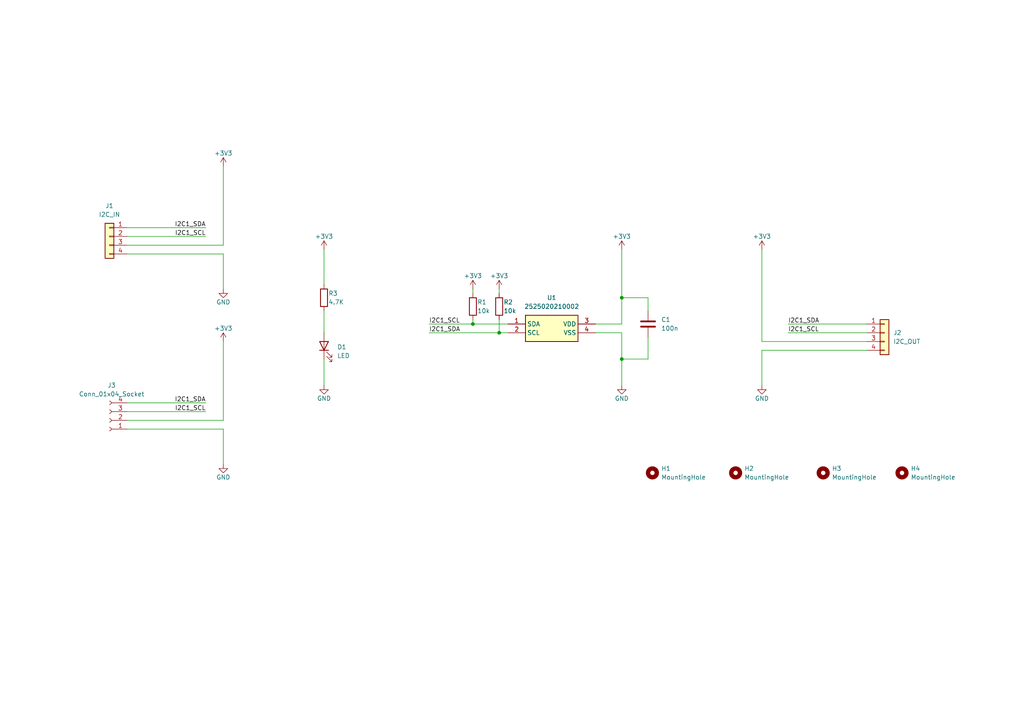
<source format=kicad_sch>
(kicad_sch (version 20230121) (generator eeschema)
  (paper "A4")
  (lib_symbols
    (symbol "BiltongBoardSensorExpansion:2525020210002"
      (property "Reference" "U" (at 21.59 7.62 0))
      (property "Value" "2525020210002" (at 21.59 5.08 0))
      (symbol "2525020210002_1_1"
        (rectangle (start 5.08 2.54) (end 20.32 -5.08) (stroke (width 0.254)) (fill (type background)))
        (pin passive line (at 0 0 0) (length 5.08) (name "SDA") (number "1"))
        (pin passive line (at 0 -2.54 0) (length 5.08) (name "SCL") (number "2"))
        (pin passive line (at 25.4 0 180) (length 5.08) (name "VDD") (number "3"))
        (pin passive line (at 25.4 -2.54 180) (length 5.08) (name "VSS") (number "4"))
      )
    )
    (symbol "Connector:Conn_01x04_Socket" (pin_names (offset 1.016) hide)
      (property "Reference" "J" (at 0 5.08 0))
      (property "Value" "Conn_01x04_Socket" (at 0 -7.62 0))
      (symbol "Conn_01x04_Socket_1_1"
        (arc (start 0 -4.572) (mid -0.5058 -5.08) (end 0 -5.588) (stroke (width 0.1524)))
        (arc (start 0 -2.032) (mid -0.5058 -2.54) (end 0 -3.048) (stroke (width 0.1524)))
        (polyline (pts (xy -1.27 -5.08) (xy -0.508 -5.08)) (stroke (width 0.1524)))
        (polyline (pts (xy -1.27 -2.54) (xy -0.508 -2.54)) (stroke (width 0.1524)))
        (polyline (pts (xy -1.27 0) (xy -0.508 0)) (stroke (width 0.1524)))
        (polyline (pts (xy -1.27 2.54) (xy -0.508 2.54)) (stroke (width 0.1524)))
        (arc (start 0 0.508) (mid -0.5058 0) (end 0 -0.508) (stroke (width 0.1524)))
        (arc (start 0 3.048) (mid -0.5058 2.54) (end 0 2.032) (stroke (width 0.1524)))
        (pin passive line (at -5.08 2.54 0) (length 3.81) (name "Pin_1") (number "1"))
        (pin passive line (at -5.08 0 0) (length 3.81) (name "Pin_2") (number "2"))
        (pin passive line (at -5.08 -2.54 0) (length 3.81) (name "Pin_3") (number "3"))
        (pin passive line (at -5.08 -5.08 0) (length 3.81) (name "Pin_4") (number "4"))
      )
    )
    (symbol "Connector_Generic:Conn_01x04" (pin_names (offset 1.016) hide)
      (property "Reference" "J" (at 0 5.08 0))
      (property "Value" "Conn_01x04" (at 0 -7.62 0))
      (symbol "Conn_01x04_1_1"
        (rectangle (start -1.27 -4.953) (end 0 -5.207) (stroke (width 0.1524)))
        (rectangle (start -1.27 -2.413) (end 0 -2.667) (stroke (width 0.1524)))
        (rectangle (start -1.27 0.127) (end 0 -0.127) (stroke (width 0.1524)))
        (rectangle (start -1.27 2.667) (end 0 2.413) (stroke (width 0.1524)))
        (rectangle (start -1.27 3.81) (end 1.27 -6.35) (stroke (width 0.254)) (fill (type background)))
        (pin passive line (at -5.08 2.54 0) (length 3.81) (name "Pin_1") (number "1"))
        (pin passive line (at -5.08 0 0) (length 3.81) (name "Pin_2") (number "2"))
        (pin passive line (at -5.08 -2.54 0) (length 3.81) (name "Pin_3") (number "3"))
        (pin passive line (at -5.08 -5.08 0) (length 3.81) (name "Pin_4") (number "4"))
      )
    )
    (symbol "Device:C" (pin_numbers hide) (pin_names (offset 0.254))
      (property "Reference" "C" (at 0.635 2.54 0))
      (property "Value" "C" (at 0.635 -2.54 0))
      (symbol "C_0_1"
        (polyline (pts (xy -2.032 -0.762) (xy 2.032 -0.762)) (stroke (width 0.508)))
        (polyline (pts (xy -2.032 0.762) (xy 2.032 0.762)) (stroke (width 0.508)))
      )
      (symbol "C_1_1"
        (pin passive line (at 0 3.81 270) (length 2.794) (name "~") (number "1"))
        (pin passive line (at 0 -3.81 90) (length 2.794) (name "~") (number "2"))
      )
    )
    (symbol "Device:LED" (pin_numbers hide) (pin_names (offset 1.016) hide)
      (property "Reference" "D" (at 0 2.54 0))
      (property "Value" "LED" (at 0 -2.54 0))
      (symbol "LED_0_1"
        (polyline (pts (xy -1.27 -1.27) (xy -1.27 1.27)) (stroke (width 0.254)))
        (polyline (pts (xy -1.27 0) (xy 1.27 0)))
        (polyline (pts (xy 1.27 -1.27) (xy 1.27 1.27) (xy -1.27 0) (xy 1.27 -1.27)) (stroke (width 0.254)))
        (polyline (pts (xy -3.048 -0.762) (xy -4.572 -2.286) (xy -3.81 -2.286) (xy -4.572 -2.286) (xy -4.572 -1.524)))
        (polyline (pts (xy -1.778 -0.762) (xy -3.302 -2.286) (xy -2.54 -2.286) (xy -3.302 -2.286) (xy -3.302 -1.524)))
      )
      (symbol "LED_1_1"
        (pin passive line (at -3.81 0 0) (length 2.54) (name "K") (number "1"))
        (pin passive line (at 3.81 0 180) (length 2.54) (name "A") (number "2"))
      )
    )
    (symbol "Device:R" (pin_numbers hide) (pin_names (offset 0))
      (property "Reference" "R" (at 2.032 0 90))
      (property "Value" "R" (at 0 0 90))
      (symbol "R_0_1"
        (rectangle (start -1.016 -2.54) (end 1.016 2.54) (stroke (width 0.254)))
      )
      (symbol "R_1_1"
        (pin passive line (at 0 3.81 270) (length 1.27) (name "~") (number "1"))
        (pin passive line (at 0 -3.81 90) (length 1.27) (name "~") (number "2"))
      )
    )
    (symbol "Mechanical:MountingHole" (pin_names (offset 1.016))
      (property "Reference" "H" (at 0 5.08 0))
      (property "Value" "MountingHole" (at 0 3.175 0))
      (symbol "MountingHole_0_1"
        (circle (center 0 0) (radius 1.27) (stroke (width 1.27)))
      )
    )
    (symbol "power:+3V3" (power) (pin_names (offset 0))
      (property "Value" "+3V3" (at 0 3.556 0))
      (symbol "+3V3_0_1"
        (polyline (pts (xy -0.762 1.27) (xy 0 2.54)))
        (polyline (pts (xy 0 0) (xy 0 2.54)))
        (polyline (pts (xy 0 2.54) (xy 0.762 1.27)))
      )
      (symbol "+3V3_1_1"
        (pin power_in line (at 0 0 90) (length 0) hide (name "+3V3") (number "1"))
      )
    )
    (symbol "power:GND" (power) (pin_names (offset 0))
      (property "Value" "GND" (at 0 -3.81 0))
      (symbol "GND_0_1"
        (polyline (pts (xy 0 0) (xy 0 -1.27) (xy 1.27 -1.27) (xy 0 -2.54) (xy -1.27 -1.27) (xy 0 -1.27)))
      )
      (symbol "GND_1_1"
        (pin power_in line (at 0 0 270) (length 0) hide (name "GND") (number "1"))
      )
    )
  )
  (junction (at 137.16 93.98))
  (junction (at 144.78 96.52))
  (junction (at 180.34 104.14))
  (junction (at 180.34 86.36))
  (wire (pts (xy 144.78 83.82) (xy 144.78 85.09)))
  (wire (pts (xy 64.77 99.06) (xy 64.77 121.92)))
  (wire (pts (xy 64.77 73.66) (xy 36.83 73.66)))
  (wire (pts (xy 187.96 104.14) (xy 187.96 97.79)))
  (wire (pts (xy 64.77 124.46) (xy 36.83 124.46)))
  (wire (pts (xy 36.83 121.92) (xy 64.77 121.92)))
  (wire (pts (xy 36.83 68.58) (xy 59.69 68.58)))
  (wire (pts (xy 251.46 93.98) (xy 228.6 93.98)))
  (wire (pts (xy 251.46 96.52) (xy 228.6 96.52)))
  (wire (pts (xy 180.34 72.39) (xy 180.34 86.36)))
  (wire (pts (xy 220.98 72.39) (xy 220.98 99.06)))
  (wire (pts (xy 64.77 48.26) (xy 64.77 71.12)))
  (wire (pts (xy 93.98 90.17) (xy 93.98 96.52)))
  (wire (pts (xy 137.16 92.71) (xy 137.16 93.98)))
  (wire (pts (xy 144.78 96.52) (xy 124.46 96.52)))
  (wire (pts (xy 180.34 86.36) (xy 180.34 93.98)))
  (wire (pts (xy 147.32 96.52) (xy 144.78 96.52)))
  (wire (pts (xy 137.16 93.98) (xy 124.46 93.98)))
  (wire (pts (xy 172.72 93.98) (xy 180.34 93.98)))
  (wire (pts (xy 251.46 99.06) (xy 220.98 99.06)))
  (wire (pts (xy 36.83 71.12) (xy 64.77 71.12)))
  (wire (pts (xy 93.98 72.39) (xy 93.98 82.55)))
  (wire (pts (xy 180.34 104.14) (xy 187.96 104.14)))
  (wire (pts (xy 93.98 104.14) (xy 93.98 111.76)))
  (wire (pts (xy 187.96 86.36) (xy 180.34 86.36)))
  (wire (pts (xy 187.96 90.17) (xy 187.96 86.36)))
  (wire (pts (xy 180.34 104.14) (xy 180.34 111.76)))
  (wire (pts (xy 180.34 96.52) (xy 180.34 104.14)))
  (wire (pts (xy 36.83 116.84) (xy 59.69 116.84)))
  (wire (pts (xy 137.16 83.82) (xy 137.16 85.09)))
  (wire (pts (xy 144.78 92.71) (xy 144.78 96.52)))
  (wire (pts (xy 36.83 66.04) (xy 59.69 66.04)))
  (wire (pts (xy 147.32 93.98) (xy 137.16 93.98)))
  (wire (pts (xy 220.98 101.6) (xy 220.98 111.76)))
  (wire (pts (xy 220.98 101.6) (xy 251.46 101.6)))
  (wire (pts (xy 64.77 124.46) (xy 64.77 134.62)))
  (wire (pts (xy 172.72 96.52) (xy 180.34 96.52)))
  (wire (pts (xy 36.83 119.38) (xy 59.69 119.38)))
  (wire (pts (xy 64.77 73.66) (xy 64.77 83.82)))
  (label "I2C1_SDA" (at 59.69 66.04 180))
  (label "I2C1_SDA" (at 124.46 96.52 0))
  (label "I2C1_SCL" (at 59.69 119.38 180))
  (label "I2C1_SCL" (at 59.69 68.58 180))
  (label "I2C1_SDA" (at 59.69 116.84 180))
  (label "I2C1_SCL" (at 124.46 93.98 0))
  (label "I2C1_SCL" (at 228.6 96.52 0))
  (label "I2C1_SDA" (at 228.6 93.98 0))
  (symbol (lib_id "Device:R") (at 137.16 88.9 180) (unit 1)
    (property "Reference" "R1" (at 138.43 87.63 0) (effects (justify right)))
    (property "Value" "10k" (at 138.43 90.17 0) (effects (justify right)))
    (property "Footprint" "Resistor_SMD:R_0603_1608Metric" (effects hide))
  )
  (symbol (lib_id "Connector_Generic:Conn_01x04") (at 31.75 68.58 0) (mirror y) (unit 1)
    (property "Reference" "J1" (at 31.75 59.69 0))
    (property "Value" "I2C_IN" (at 31.75 62.23 0))
    (property "Footprint" "Connector_JST:JST_PH_B4B-PH-K_1x04_P2.00mm_Vertical" (effects hide))
  )
  (symbol (lib_id "power:+3V3") (at 64.77 48.26 0) (mirror y) (unit 1)
    (property "Reference" "#PWR01" (effects hide))
    (property "Value" "+3V3" (at 64.77 44.45 0))
  )
  (symbol (lib_id "power:+3V3") (at 180.34 72.39 0) (mirror y) (unit 1)
    (property "Reference" "#PWR04" (effects hide))
    (property "Value" "+3V3" (at 180.34 68.58 0))
  )
  (symbol (lib_id "Connector_Generic:Conn_01x04") (at 256.54 96.52 0) (unit 1)
    (property "Reference" "J2" (at 259.08 96.52 0) (effects (justify left)))
    (property "Value" "I2C_OUT" (at 259.08 99.06 0) (effects (justify left)))
    (property "Footprint" "Connector_JST:JST_PH_B4B-PH-K_1x04_P2.00mm_Vertical" (effects hide))
  )
  (symbol (lib_id "power:+3V3") (at 64.77 99.06 0) (mirror y) (unit 1)
    (property "Reference" "#PWR07" (effects hide))
    (property "Value" "+3V3" (at 64.77 95.25 0))
  )
  (symbol (lib_id "Mechanical:MountingHole") (at 261.62 137.16 0) (unit 1)
    (property "Reference" "H4" (at 264.16 135.89 0) (effects (justify left)))
    (property "Value" "MountingHole" (at 264.16 138.43 0) (effects (justify left)))
    (property "Footprint" "MountingHole:MountingHole_3.2mm_M3" (effects hide))
  )
  (symbol (lib_id "Device:LED") (at 93.98 100.33 90) (unit 1)
    (property "Reference" "D1" (at 97.79 100.6475 90) (effects (justify right)))
    (property "Value" "LED" (at 97.79 103.1875 90) (effects (justify right)))
    (property "Footprint" "LED_SMD:LED_0603_1608Metric" (effects hide))
  )
  (symbol (lib_id "power:GND") (at 180.34 111.76 0) (mirror y) (unit 1)
    (property "Reference" "#PWR03" (effects hide))
    (property "Value" "GND" (at 180.34 115.57 0))
  )
  (symbol (lib_id "power:GND") (at 93.98 111.76 0) (mirror y) (unit 1)
    (property "Reference" "#PWR012" (effects hide))
    (property "Value" "GND" (at 93.98 115.57 0))
  )
  (symbol (lib_id "power:+3V3") (at 220.98 72.39 0) (unit 1)
    (property "Reference" "#PWR09" (effects hide))
    (property "Value" "+3V3" (at 220.98 68.58 0))
  )
  (symbol (lib_id "Device:R") (at 144.78 88.9 180) (unit 1)
    (property "Reference" "R2" (at 146.05 87.63 0) (effects (justify right)))
    (property "Value" "10k" (at 146.05 90.17 0) (effects (justify right)))
    (property "Footprint" "Resistor_SMD:R_0603_1608Metric" (effects hide))
  )
  (symbol (lib_id "power:GND") (at 64.77 83.82 0) (mirror y) (unit 1)
    (property "Reference" "#PWR02" (effects hide))
    (property "Value" "GND" (at 64.77 87.63 0))
  )
  (symbol (lib_id "Device:C") (at 187.96 93.98 0) (unit 1)
    (property "Reference" "C1" (at 191.77 92.71 0) (effects (justify left)))
    (property "Value" "100n" (at 191.77 95.25 0) (effects (justify left)))
    (property "Footprint" "Capacitor_SMD:C_0603_1608Metric" (effects hide))
  )
  (symbol (lib_id "Mechanical:MountingHole") (at 213.36 137.16 0) (unit 1)
    (property "Reference" "H2" (at 215.9 135.89 0) (effects (justify left)))
    (property "Value" "MountingHole" (at 215.9 138.43 0) (effects (justify left)))
    (property "Footprint" "MountingHole:MountingHole_3.2mm_M3" (effects hide))
  )
  (symbol (lib_id "Connector:Conn_01x04_Socket") (at 31.75 121.92 180) (unit 1)
    (property "Reference" "J3" (at 32.385 111.76 0))
    (property "Value" "Conn_01x04_Socket" (at 32.385 114.3 0))
    (property "Footprint" "Connector_PinHeader_2.54mm:PinHeader_1x04_P2.54mm_Vertical" (effects hide))
  )
  (symbol (lib_id "power:GND") (at 220.98 111.76 0) (unit 1)
    (property "Reference" "#PWR010" (effects hide))
    (property "Value" "GND" (at 220.98 115.57 0))
  )
  (symbol (lib_id "Mechanical:MountingHole") (at 238.76 137.16 0) (unit 1)
    (property "Reference" "H3" (at 241.3 135.89 0) (effects (justify left)))
    (property "Value" "MountingHole" (at 241.3 138.43 0) (effects (justify left)))
    (property "Footprint" "MountingHole:MountingHole_3.2mm_M3" (effects hide))
  )
  (symbol (lib_id "power:+3V3") (at 137.16 83.82 0) (mirror y) (unit 1)
    (property "Reference" "#PWR05" (effects hide))
    (property "Value" "+3V3" (at 137.16 80.01 0))
  )
  (symbol (lib_id "Mechanical:MountingHole") (at 189.23 137.16 0) (unit 1)
    (property "Reference" "H1" (at 191.77 135.89 0) (effects (justify left)))
    (property "Value" "MountingHole" (at 191.77 138.43 0) (effects (justify left)))
    (property "Footprint" "MountingHole:MountingHole_3.2mm_M3" (effects hide))
  )
  (symbol (lib_id "power:+3V3") (at 93.98 72.39 0) (mirror y) (unit 1)
    (property "Reference" "#PWR011" (effects hide))
    (property "Value" "+3V3" (at 93.98 68.58 0))
  )
  (symbol (lib_id "Device:R") (at 93.98 86.36 180) (unit 1)
    (property "Reference" "R3" (at 95.25 85.09 0) (effects (justify right)))
    (property "Value" "4.7K" (at 95.25 87.63 0) (effects (justify right)))
    (property "Footprint" "Resistor_SMD:R_0603_1608Metric" (effects hide))
  )
  (symbol (lib_id "power:+3V3") (at 144.78 83.82 0) (mirror y) (unit 1)
    (property "Reference" "#PWR06" (effects hide))
    (property "Value" "+3V3" (at 144.78 80.01 0))
  )
  (symbol (lib_id "BiltongBoardSensorExpansion:2525020210002") (at 147.32 93.98 0) (unit 1)
    (property "Reference" "U1" (at 160.02 86.36 0))
    (property "Value" "2525020210002" (at 160.02 88.9 0))
    (property "Footprint" "BiltongBoardSensorExpansion:2525020210002" (effects hide))
    (property "Datasheet" "https://www.we-online.com/components/products/datasheet/2525020210002_valid_from_2023-10-25.pdf" (effects hide))
    (property "Height" "0.59" (effects hide))
    (property "Mouser Part Number" "710-2525020210002" (effects hide))
    (property "Mouser Price/Stock" "https://www.mouser.co.uk/ProductDetail/Wurth-Elektronik/2525020210002?qs=HoCaDK9Nz5fMHXWEMIcK9w%3D%3D" (effects hide))
    (property "Manufacturer_Name" "Wurth Elektronik" (effects hide))
    (property "Manufacturer_Part_Number" "2525020210002" (effects hide))
  )
  (symbol (lib_id "power:GND") (at 64.77 134.62 0) (mirror y) (unit 1)
    (property "Reference" "#PWR08" (effects hide))
    (property "Value" "GND" (at 64.77 138.43 0))
  )
)
</source>
